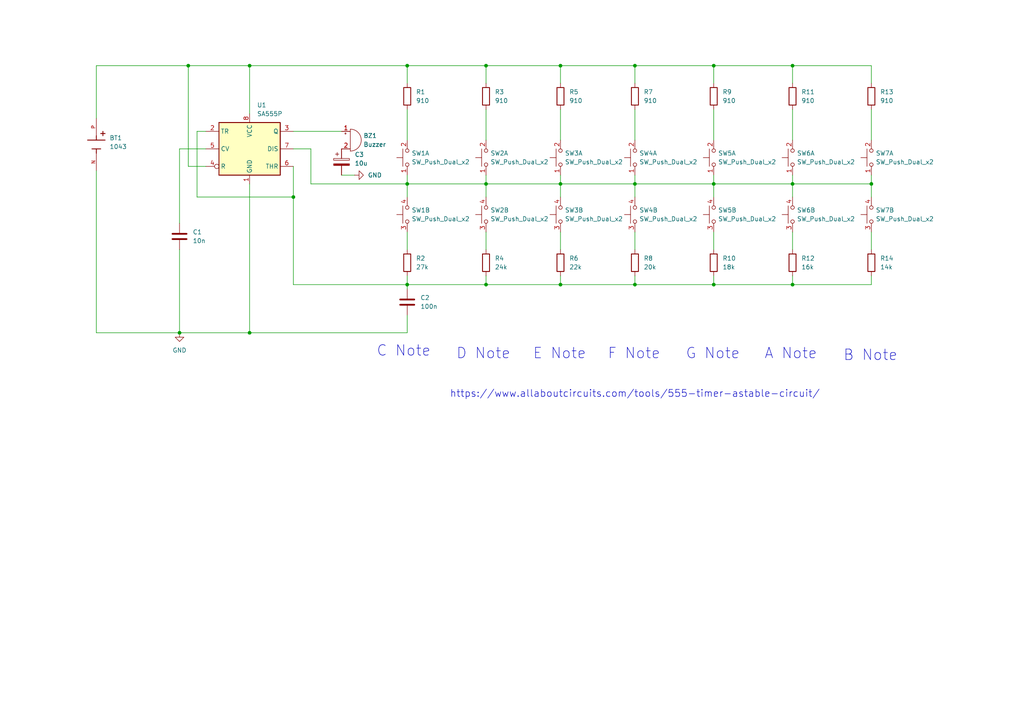
<source format=kicad_sch>
(kicad_sch (version 20250114) (generator "eeschema") (generator_version "9.0")
  (paper "A4")
  (lib_symbols
    (symbol "1043:1043" (pin_names (offset 1.016))
      (property "Reference" "BT" (at -3.81 3.81 0))
      (property "Value" "1043" (at -3.81 -5.08 0))
      (symbol "1043_0_0"
        (polyline (pts (xy -3.81 1.905) (xy -2.54 1.905)) (stroke (width 0.254)))
        (polyline (pts (xy -3.175 2.54) (xy -3.175 1.27)) (stroke (width 0.254)))
        (polyline (pts (xy -1.27 2.54) (xy -1.27 -2.54)) (stroke (width 0.254)))
        (polyline (pts (xy -1.27 0) (xy -2.54 0)) (stroke (width 0.254)))
        (polyline (pts (xy 1.27 1.27) (xy 1.27 -1.27)) (stroke (width 0.254)))
        (polyline (pts (xy 1.27 0) (xy 2.54 0)) (stroke (width 0.254)))
        (pin passive line (at -7.62 0 0) (length 5.08) (name "~") (number "P"))
        (pin passive line (at 7.62 0 180) (length 5.08) (name "~") (number "N"))
      )
    )
    (symbol "Device:C" (pin_numbers (hide yes)) (pin_names (offset 0.254))
      (property "Reference" "C" (at 0.635 2.54 0))
      (property "Value" "C" (at 0.635 -2.54 0))
      (symbol "C_0_1"
        (polyline (pts (xy -2.032 0.762) (xy 2.032 0.762)) (stroke (width 0.508)))
        (polyline (pts (xy -2.032 -0.762) (xy 2.032 -0.762)) (stroke (width 0.508)))
      )
      (symbol "C_1_1"
        (pin passive line (at 0 3.81 270) (length 2.794) (name "~") (number "1"))
        (pin passive line (at 0 -3.81 90) (length 2.794) (name "~") (number "2"))
      )
    )
    (symbol "Device:C_Polarized" (pin_numbers (hide yes)) (pin_names (offset 0.254))
      (property "Reference" "C" (at 0.635 2.54 0))
      (property "Value" "C_Polarized" (at 0.635 -2.54 0))
      (symbol "C_Polarized_0_1"
        (rectangle (start -2.286 0.508) (end 2.286 1.016))
        (polyline (pts (xy -1.778 2.286) (xy -0.762 2.286)))
        (polyline (pts (xy -1.27 2.794) (xy -1.27 1.778)))
        (rectangle (start 2.286 -0.508) (end -2.286 -1.016) (fill (type outline)))
      )
      (symbol "C_Polarized_1_1"
        (pin passive line (at 0 3.81 270) (length 2.794) (name "~") (number "1"))
        (pin passive line (at 0 -3.81 90) (length 2.794) (name "~") (number "2"))
      )
    )
    (symbol "Device:R" (pin_numbers (hide yes)) (pin_names (offset 0))
      (property "Reference" "R" (at 2.032 0 90))
      (property "Value" "R" (at 0 0 90))
      (symbol "R_0_1"
        (rectangle (start -1.016 -2.54) (end 1.016 2.54) (stroke (width 0.254)))
      )
      (symbol "R_1_1"
        (pin passive line (at 0 3.81 270) (length 1.27) (name "~") (number "1"))
        (pin passive line (at 0 -3.81 90) (length 1.27) (name "~") (number "2"))
      )
    )
    (symbol "Swadge_Parts:Buzzer" (pin_names (offset 0.0254) (hide yes))
      (property "Reference" "BZ" (at 3.81 1.27 0))
      (property "Value" "Buzzer" (at 3.81 -1.27 0))
      (symbol "Buzzer_0_1"
        (polyline (pts (xy -1.651 1.905) (xy -1.143 1.905)))
        (polyline (pts (xy -1.397 2.159) (xy -1.397 1.651)))
        (arc (start 0 3.175) (mid 3.1612 0) (end 0 -3.175))
        (polyline (pts (xy 0 3.175) (xy 0 -3.175)))
      )
      (symbol "Buzzer_1_1"
        (pin passive line (at -2.54 2.54 0) (length 2.54) (name "-") (number "1"))
        (pin passive line (at -2.54 -2.54 0) (length 2.54) (name "+") (number "2"))
      )
    )
    (symbol "Switch:SW_Push_Dual_x2" (pin_names (offset 1.016) (hide yes))
      (property "Reference" "SW" (at 1.27 2.54 0))
      (property "Value" "SW_Push_Dual_x2" (at 0 -1.524 0))
      (symbol "SW_Push_Dual_x2_0_1"
        (circle (center -2.032 0) (radius 0.508))
        (polyline (pts (xy 0 1.27) (xy 0 3.048)))
        (circle (center 2.032 0) (radius 0.508))
        (polyline (pts (xy 2.54 1.27) (xy -2.54 1.27)))
      )
      (symbol "SW_Push_Dual_x2_1_1"
        (pin passive line (at -5.08 0 0) (length 2.54) (name "C") (number "1"))
        (pin passive line (at 5.08 0 180) (length 2.54) (name "D") (number "2"))
      )
      (symbol "SW_Push_Dual_x2_2_1"
        (pin passive line (at -5.08 0 0) (length 2.54) (name "C") (number "3"))
        (pin passive line (at 5.08 0 180) (length 2.54) (name "D") (number "4"))
      )
    )
    (symbol "Timer:SA555P"
      (property "Reference" "U" (at -10.16 8.89 0))
      (property "Value" "SA555P" (at 2.54 8.89 0))
      (symbol "SA555P_0_0"
        (pin power_in line (at 0 10.16 270) (length 2.54) (name "VCC") (number "8"))
        (pin power_in line (at 0 -10.16 90) (length 2.54) (name "GND") (number "1"))
      )
      (symbol "SA555P_0_1"
        (rectangle (start -8.89 -7.62) (end 8.89 7.62) (stroke (width 0.254)) (fill (type background)))
        (rectangle (start -8.89 -7.62) (end 8.89 7.62) (stroke (width 0.254)) (fill (type background)))
      )
      (symbol "SA555P_1_1"
        (pin input line (at -12.7 5.08 0) (length 3.81) (name "TR") (number "2"))
        (pin input line (at -12.7 0 0) (length 3.81) (name "CV") (number "5"))
        (pin input inverted (at -12.7 -5.08 0) (length 3.81) (name "R") (number "4"))
        (pin output line (at 12.7 5.08 180) (length 3.81) (name "Q") (number "3"))
        (pin input line (at 12.7 0 180) (length 3.81) (name "DIS") (number "7"))
        (pin input line (at 12.7 -5.08 180) (length 3.81) (name "THR") (number "6"))
      )
    )
    (symbol "power:GND" (power) (pin_numbers (hide yes)) (pin_names (offset 0) (hide yes))
      (property "Value" "GND" (at 0 -3.81 0))
      (symbol "GND_0_1"
        (polyline (pts (xy 0 0) (xy 0 -1.27) (xy 1.27 -1.27) (xy 0 -2.54) (xy -1.27 -1.27) (xy 0 -1.27)))
      )
      (symbol "GND_1_1"
        (pin power_in line (at 0 0 270) (length 0) (name "~") (number "1"))
      )
    )
  )
  (text "B Note" (at 252.476 103.124 0) (effects (font (size 3.048 3.048))))
  (text "https://www.allaboutcircuits.com/tools/555-timer-astable-circuit/" (at 184.15 114.3 0) (effects (font (size 2.032 2.032))))
  (text "C Note" (at 117.094 101.854 0) (effects (font (size 3.048 3.048))))
  (text "G Note" (at 206.756 102.616 0) (effects (font (size 3.048 3.048))))
  (text "A Note" (at 229.362 102.616 0) (effects (font (size 3.048 3.048))))
  (text "F Note" (at 183.896 102.616 0) (effects (font (size 3.048 3.048))))
  (text "D Note" (at 140.208 102.616 0) (effects (font (size 3.048 3.048))))
  (text "E Note" (at 162.306 102.616 0) (effects (font (size 3.048 3.048))))
  (junction (at 85.09 57.15))
  (junction (at 118.11 82.55))
  (junction (at 252.73 53.34))
  (junction (at 162.56 82.55))
  (junction (at 184.15 53.34))
  (junction (at 184.15 82.55))
  (junction (at 207.01 19.05))
  (junction (at 184.15 19.05))
  (junction (at 72.39 19.05))
  (junction (at 140.97 82.55))
  (junction (at 229.87 53.34))
  (junction (at 207.01 53.34))
  (junction (at 162.56 53.34))
  (junction (at 140.97 53.34))
  (junction (at 162.56 19.05))
  (junction (at 54.61 19.05))
  (junction (at 207.01 82.55))
  (junction (at 229.87 19.05))
  (junction (at 118.11 19.05))
  (junction (at 118.11 53.34))
  (junction (at 140.97 19.05))
  (junction (at 52.07 96.52))
  (junction (at 72.39 96.52))
  (junction (at 229.87 82.55))
  (wire (pts (xy 118.11 19.05) (xy 72.39 19.05)))
  (wire (pts (xy 85.09 43.18) (xy 90.17 43.18)))
  (wire (pts (xy 27.94 96.52) (xy 52.07 96.52)))
  (wire (pts (xy 140.97 67.31) (xy 140.97 72.39)))
  (wire (pts (xy 252.73 80.01) (xy 252.73 82.55)))
  (wire (pts (xy 207.01 50.8) (xy 207.01 53.34)))
  (wire (pts (xy 140.97 24.13) (xy 140.97 19.05)))
  (wire (pts (xy 252.73 82.55) (xy 229.87 82.55)))
  (wire (pts (xy 54.61 48.26) (xy 54.61 19.05)))
  (wire (pts (xy 85.09 57.15) (xy 85.09 82.55)))
  (wire (pts (xy 229.87 67.31) (xy 229.87 72.39)))
  (wire (pts (xy 229.87 53.34) (xy 252.73 53.34)))
  (wire (pts (xy 52.07 72.39) (xy 52.07 96.52)))
  (wire (pts (xy 184.15 50.8) (xy 184.15 53.34)))
  (wire (pts (xy 162.56 31.75) (xy 162.56 40.64)))
  (wire (pts (xy 207.01 80.01) (xy 207.01 82.55)))
  (wire (pts (xy 184.15 67.31) (xy 184.15 72.39)))
  (wire (pts (xy 252.73 24.13) (xy 252.73 19.05)))
  (wire (pts (xy 162.56 53.34) (xy 184.15 53.34)))
  (wire (pts (xy 118.11 96.52) (xy 72.39 96.52)))
  (wire (pts (xy 140.97 31.75) (xy 140.97 40.64)))
  (wire (pts (xy 207.01 53.34) (xy 229.87 53.34)))
  (wire (pts (xy 27.94 96.52) (xy 27.94 49.53)))
  (wire (pts (xy 140.97 53.34) (xy 140.97 57.15)))
  (wire (pts (xy 118.11 82.55) (xy 118.11 80.01)))
  (wire (pts (xy 118.11 67.31) (xy 118.11 72.39)))
  (wire (pts (xy 54.61 19.05) (xy 72.39 19.05)))
  (wire (pts (xy 229.87 53.34) (xy 229.87 57.15)))
  (wire (pts (xy 252.73 31.75) (xy 252.73 40.64)))
  (wire (pts (xy 99.06 50.8) (xy 102.87 50.8)))
  (wire (pts (xy 207.01 19.05) (xy 229.87 19.05)))
  (wire (pts (xy 207.01 24.13) (xy 207.01 19.05)))
  (wire (pts (xy 184.15 53.34) (xy 207.01 53.34)))
  (wire (pts (xy 184.15 53.34) (xy 184.15 57.15)))
  (wire (pts (xy 140.97 53.34) (xy 162.56 53.34)))
  (wire (pts (xy 118.11 19.05) (xy 140.97 19.05)))
  (wire (pts (xy 140.97 19.05) (xy 162.56 19.05)))
  (wire (pts (xy 140.97 50.8) (xy 140.97 53.34)))
  (wire (pts (xy 85.09 82.55) (xy 118.11 82.55)))
  (wire (pts (xy 118.11 82.55) (xy 140.97 82.55)))
  (wire (pts (xy 207.01 31.75) (xy 207.01 40.64)))
  (wire (pts (xy 118.11 31.75) (xy 118.11 40.64)))
  (wire (pts (xy 184.15 82.55) (xy 162.56 82.55)))
  (wire (pts (xy 162.56 53.34) (xy 162.56 57.15)))
  (wire (pts (xy 90.17 43.18) (xy 90.17 53.34)))
  (wire (pts (xy 252.73 50.8) (xy 252.73 53.34)))
  (wire (pts (xy 118.11 82.55) (xy 118.11 83.82)))
  (wire (pts (xy 140.97 82.55) (xy 162.56 82.55)))
  (wire (pts (xy 59.69 43.18) (xy 52.07 43.18)))
  (wire (pts (xy 162.56 24.13) (xy 162.56 19.05)))
  (wire (pts (xy 54.61 19.05) (xy 27.94 19.05)))
  (wire (pts (xy 90.17 53.34) (xy 118.11 53.34)))
  (wire (pts (xy 162.56 50.8) (xy 162.56 53.34)))
  (wire (pts (xy 207.01 67.31) (xy 207.01 72.39)))
  (wire (pts (xy 252.73 67.31) (xy 252.73 72.39)))
  (wire (pts (xy 59.69 38.1) (xy 57.15 38.1)))
  (wire (pts (xy 207.01 82.55) (xy 184.15 82.55)))
  (wire (pts (xy 184.15 24.13) (xy 184.15 19.05)))
  (wire (pts (xy 118.11 24.13) (xy 118.11 19.05)))
  (wire (pts (xy 118.11 50.8) (xy 118.11 53.34)))
  (wire (pts (xy 229.87 80.01) (xy 229.87 82.55)))
  (wire (pts (xy 229.87 31.75) (xy 229.87 40.64)))
  (wire (pts (xy 59.69 48.26) (xy 54.61 48.26)))
  (wire (pts (xy 184.15 31.75) (xy 184.15 40.64)))
  (wire (pts (xy 229.87 82.55) (xy 207.01 82.55)))
  (wire (pts (xy 85.09 48.26) (xy 85.09 57.15)))
  (wire (pts (xy 184.15 19.05) (xy 207.01 19.05)))
  (wire (pts (xy 229.87 24.13) (xy 229.87 19.05)))
  (wire (pts (xy 140.97 82.55) (xy 140.97 80.01)))
  (wire (pts (xy 162.56 80.01) (xy 162.56 82.55)))
  (wire (pts (xy 52.07 96.52) (xy 72.39 96.52)))
  (wire (pts (xy 184.15 80.01) (xy 184.15 82.55)))
  (wire (pts (xy 207.01 53.34) (xy 207.01 57.15)))
  (wire (pts (xy 118.11 53.34) (xy 140.97 53.34)))
  (wire (pts (xy 229.87 50.8) (xy 229.87 53.34)))
  (wire (pts (xy 162.56 19.05) (xy 184.15 19.05)))
  (wire (pts (xy 27.94 19.05) (xy 27.94 34.29)))
  (wire (pts (xy 72.39 33.02) (xy 72.39 19.05)))
  (wire (pts (xy 85.09 38.1) (xy 99.06 38.1)))
  (wire (pts (xy 52.07 43.18) (xy 52.07 64.77)))
  (wire (pts (xy 118.11 91.44) (xy 118.11 96.52)))
  (wire (pts (xy 229.87 19.05) (xy 252.73 19.05)))
  (wire (pts (xy 72.39 53.34) (xy 72.39 96.52)))
  (wire (pts (xy 252.73 53.34) (xy 252.73 57.15)))
  (wire (pts (xy 118.11 53.34) (xy 118.11 57.15)))
  (wire (pts (xy 57.15 38.1) (xy 57.15 57.15)))
  (wire (pts (xy 57.15 57.15) (xy 85.09 57.15)))
  (wire (pts (xy 162.56 67.31) (xy 162.56 72.39)))
  (symbol (lib_id "Timer:SA555P") (at 72.39 43.18 0) (unit 1)
    (property "Reference" "U1" (at 74.5333 30.48 0) (effects (justify left)))
    (property "Value" "SA555P" (at 74.5333 33.02 0) (effects (justify left)))
    (property "Footprint" "Package_DIP:DIP-8_W7.62mm_LongPads" (effects (hide yes)))
    (property "Datasheet" "http://www.ti.com/lit/ds/symlink/ne555.pdf" (effects (hide yes)))
    (property "Description" "Precision Timers, 555 compatible, PDIP-8" (effects (hide yes)))
  )
  (symbol (lib_id "Switch:SW_Push_Dual_x2") (at 229.87 62.23 90) (unit 2)
    (property "Reference" "SW6" (at 231.14 60.9599 90) (effects (justify right)))
    (property "Value" "SW_Push_Dual_x2" (at 231.14 63.4999 90) (effects (justify right)))
    (property "Description" "Push button switch, generic, separate symbols, four pins" (effects (hide yes)))
  )
  (symbol (lib_id "power:GND") (at 52.07 96.52 0) (unit 1)
    (property "Reference" "#PWR01" (effects (hide yes)))
    (property "Value" "GND" (at 52.07 101.6 0))
    (property "Description" "Power symbol creates a global label with name \"GND\" , ground" (effects (hide yes)))
  )
  (symbol (lib_id "Switch:SW_Push_Dual_x2") (at 184.15 62.23 90) (unit 2)
    (property "Reference" "SW4" (at 185.42 60.9599 90) (effects (justify right)))
    (property "Value" "SW_Push_Dual_x2" (at 185.42 63.4999 90) (effects (justify right)))
    (property "Description" "Push button switch, generic, separate symbols, four pins" (effects (hide yes)))
  )
  (symbol (lib_id "Switch:SW_Push_Dual_x2") (at 184.15 45.72 90) (unit 1)
    (property "Reference" "SW4" (at 185.42 44.4499 90) (effects (justify right)))
    (property "Value" "SW_Push_Dual_x2" (at 185.42 46.9899 90) (effects (justify right)))
    (property "Description" "Push button switch, generic, separate symbols, four pins" (effects (hide yes)))
  )
  (symbol (lib_id "Device:R") (at 140.97 76.2 0) (unit 1)
    (property "Reference" "R4" (at 143.51 74.9299 0) (effects (justify left)))
    (property "Value" "24k" (at 143.51 77.4699 0) (effects (justify left)))
    (property "Footprint" "Resistor_THT:R_Axial_DIN0411_L9.9mm_D3.6mm_P15.24mm_Horizontal" (effects (hide yes)))
    (property "Description" "Resistor" (effects (hide yes)))
  )
  (symbol (lib_id "Switch:SW_Push_Dual_x2") (at 252.73 62.23 90) (unit 2)
    (property "Reference" "SW7" (at 254 60.9599 90) (effects (justify right)))
    (property "Value" "SW_Push_Dual_x2" (at 254 63.4999 90) (effects (justify right)))
    (property "Description" "Push button switch, generic, separate symbols, four pins" (effects (hide yes)))
  )
  (symbol (lib_id "Switch:SW_Push_Dual_x2") (at 162.56 45.72 90) (unit 1)
    (property "Reference" "SW3" (at 163.83 44.4499 90) (effects (justify right)))
    (property "Value" "SW_Push_Dual_x2" (at 163.83 46.9899 90) (effects (justify right)))
    (property "Description" "Push button switch, generic, separate symbols, four pins" (effects (hide yes)))
  )
  (symbol (lib_id "Switch:SW_Push_Dual_x2") (at 140.97 62.23 90) (unit 2)
    (property "Reference" "SW2" (at 142.24 60.9599 90) (effects (justify right)))
    (property "Value" "SW_Push_Dual_x2" (at 142.24 63.4999 90) (effects (justify right)))
    (property "Description" "Push button switch, generic, separate symbols, four pins" (effects (hide yes)))
  )
  (symbol (lib_id "Switch:SW_Push_Dual_x2") (at 118.11 62.23 90) (unit 2)
    (property "Reference" "SW1" (at 119.38 60.9599 90) (effects (justify right)))
    (property "Value" "SW_Push_Dual_x2" (at 119.38 63.4999 90) (effects (justify right)))
    (property "Description" "Push button switch, generic, separate symbols, four pins" (effects (hide yes)))
  )
  (symbol (lib_id "Device:R") (at 252.73 27.94 0) (unit 1)
    (property "Reference" "R13" (at 255.27 26.6699 0) (effects (justify left)))
    (property "Value" "910" (at 255.27 29.2099 0) (effects (justify left)))
    (property "Footprint" "Resistor_THT:R_Axial_DIN0411_L9.9mm_D3.6mm_P15.24mm_Horizontal" (effects (hide yes)))
    (property "Description" "Resistor" (effects (hide yes)))
  )
  (symbol (lib_id "Device:R") (at 162.56 27.94 0) (unit 1)
    (property "Reference" "R5" (at 165.1 26.6699 0) (effects (justify left)))
    (property "Value" "910" (at 165.1 29.2099 0) (effects (justify left)))
    (property "Footprint" "Resistor_THT:R_Axial_DIN0411_L9.9mm_D3.6mm_P15.24mm_Horizontal" (effects (hide yes)))
    (property "Description" "Resistor" (effects (hide yes)))
  )
  (symbol (lib_id "Device:R") (at 229.87 27.94 0) (unit 1)
    (property "Reference" "R11" (at 232.41 26.6699 0) (effects (justify left)))
    (property "Value" "910" (at 232.41 29.2099 0) (effects (justify left)))
    (property "Footprint" "Resistor_THT:R_Axial_DIN0411_L9.9mm_D3.6mm_P15.24mm_Horizontal" (effects (hide yes)))
    (property "Description" "Resistor" (effects (hide yes)))
  )
  (symbol (lib_id "Device:R") (at 140.97 27.94 0) (unit 1)
    (property "Reference" "R3" (at 143.51 26.6699 0) (effects (justify left)))
    (property "Value" "910" (at 143.51 29.2099 0) (effects (justify left)))
    (property "Footprint" "Resistor_THT:R_Axial_DIN0411_L9.9mm_D3.6mm_P15.24mm_Horizontal" (effects (hide yes)))
    (property "Description" "Resistor" (effects (hide yes)))
  )
  (symbol (lib_id "Device:C") (at 52.07 68.58 0) (unit 1)
    (property "Reference" "C1" (at 55.88 67.3099 0) (effects (justify left)))
    (property "Value" "10n" (at 55.88 69.8499 0) (effects (justify left)))
    (property "Footprint" "Capacitor_THT:C_Disc_D7.5mm_W2.5mm_P5.00mm" (effects (hide yes)))
    (property "Description" "Unpolarized capacitor" (effects (hide yes)))
  )
  (symbol (lib_id "Device:R") (at 184.15 76.2 0) (unit 1)
    (property "Reference" "R8" (at 186.69 74.9299 0) (effects (justify left)))
    (property "Value" "20k" (at 186.69 77.4699 0) (effects (justify left)))
    (property "Footprint" "Resistor_THT:R_Axial_DIN0411_L9.9mm_D3.6mm_P15.24mm_Horizontal" (effects (hide yes)))
    (property "Description" "Resistor" (effects (hide yes)))
  )
  (symbol (lib_id "Device:R") (at 207.01 27.94 0) (unit 1)
    (property "Reference" "R9" (at 209.55 26.6699 0) (effects (justify left)))
    (property "Value" "910" (at 209.55 29.2099 0) (effects (justify left)))
    (property "Footprint" "Resistor_THT:R_Axial_DIN0411_L9.9mm_D3.6mm_P15.24mm_Horizontal" (effects (hide yes)))
    (property "Description" "Resistor" (effects (hide yes)))
  )
  (symbol (lib_id "Switch:SW_Push_Dual_x2") (at 118.11 45.72 90) (unit 1)
    (property "Reference" "SW1" (at 119.38 44.4499 90) (effects (justify right)))
    (property "Value" "SW_Push_Dual_x2" (at 119.38 46.9899 90) (effects (justify right)))
    (property "Description" "Push button switch, generic, separate symbols, four pins" (effects (hide yes)))
  )
  (symbol (lib_id "Device:R") (at 118.11 27.94 0) (unit 1)
    (property "Reference" "R1" (at 120.65 26.6699 0) (effects (justify left)))
    (property "Value" "910" (at 120.65 29.2099 0) (effects (justify left)))
    (property "Footprint" "Resistor_THT:R_Axial_DIN0411_L9.9mm_D3.6mm_P15.24mm_Horizontal" (effects (hide yes)))
    (property "Description" "Resistor" (effects (hide yes)))
  )
  (symbol (lib_id "Switch:SW_Push_Dual_x2") (at 162.56 62.23 90) (unit 2)
    (property "Reference" "SW3" (at 163.83 60.9599 90) (effects (justify right)))
    (property "Value" "SW_Push_Dual_x2" (at 163.83 63.4999 90) (effects (justify right)))
    (property "Description" "Push button switch, generic, separate symbols, four pins" (effects (hide yes)))
  )
  (symbol (lib_id "Switch:SW_Push_Dual_x2") (at 207.01 45.72 90) (unit 1)
    (property "Reference" "SW5" (at 208.28 44.4499 90) (effects (justify right)))
    (property "Value" "SW_Push_Dual_x2" (at 208.28 46.9899 90) (effects (justify right)))
    (property "Description" "Push button switch, generic, separate symbols, four pins" (effects (hide yes)))
  )
  (symbol (lib_id "Switch:SW_Push_Dual_x2") (at 252.73 45.72 90) (unit 1)
    (property "Reference" "SW7" (at 254 44.4499 90) (effects (justify right)))
    (property "Value" "SW_Push_Dual_x2" (at 254 46.9899 90) (effects (justify right)))
    (property "Description" "Push button switch, generic, separate symbols, four pins" (effects (hide yes)))
  )
  (symbol (lib_id "1043:1043") (at 27.94 41.91 270) (unit 1)
    (property "Reference" "BT1" (at 31.75 40.0049 90) (effects (justify left)))
    (property "Value" "1043" (at 31.75 42.5449 90) (effects (justify left)))
    (property "Footprint" "1043:BAT_1043" (effects (hide yes)))
    (property "MF" "Keystone Electronics" (effects (hide yes)))
    (property "MAXIMUM_PACKAGE_HEIGHT" "14.86mm" (effects (hide yes)))
    (property "Package" "NON STANDARD-5 Keystone" (effects (hide yes)))
    (property "Price" "None" (effects (hide yes)))
    (property "Check_prices" "https://www.snapeda.com/parts/1043/Keystone/view-part/?ref=eda" (effects (hide yes)))
    (property "STANDARD" "Manufacturer Recommendations" (effects (hide yes)))
    (property "PARTREV" "J" (effects (hide yes)))
    (property "SnapEDA_Link" "https://www.snapeda.com/parts/1043/Keystone/view-part/?ref=snap" (effects (hide yes)))
    (property "MP" "1043" (effects (hide yes)))
    (property "Description_1" "THM Holder for 18650 Battery" (effects (hide yes)))
    (property "MANUFACTURER" "Keystone" (effects (hide yes)))
    (property "Availability" "In Stock" (effects (hide yes)))
    (property "SNAPEDA_PN" "1043" (effects (hide yes)))
  )
  (symbol (lib_id "Switch:SW_Push_Dual_x2") (at 229.87 45.72 90) (unit 1)
    (property "Reference" "SW6" (at 231.14 44.4499 90) (effects (justify right)))
    (property "Value" "SW_Push_Dual_x2" (at 231.14 46.9899 90) (effects (justify right)))
    (property "Description" "Push button switch, generic, separate symbols, four pins" (effects (hide yes)))
  )
  (symbol (lib_id "Device:R") (at 118.11 76.2 0) (unit 1)
    (property "Reference" "R2" (at 120.65 74.9299 0) (effects (justify left)))
    (property "Value" "27k" (at 120.65 77.4699 0) (effects (justify left)))
    (property "Footprint" "Resistor_THT:R_Axial_DIN0411_L9.9mm_D3.6mm_P15.24mm_Horizontal" (effects (hide yes)))
    (property "Description" "Resistor" (effects (hide yes)))
  )
  (symbol (lib_id "Device:R") (at 229.87 76.2 0) (unit 1)
    (property "Reference" "R12" (at 232.41 74.9299 0) (effects (justify left)))
    (property "Value" "16k" (at 232.41 77.4699 0) (effects (justify left)))
    (property "Footprint" "Resistor_THT:R_Axial_DIN0411_L9.9mm_D3.6mm_P15.24mm_Horizontal" (effects (hide yes)))
    (property "Description" "Resistor" (effects (hide yes)))
  )
  (symbol (lib_id "Device:R") (at 162.56 76.2 0) (unit 1)
    (property "Reference" "R6" (at 165.1 74.9299 0) (effects (justify left)))
    (property "Value" "22k" (at 165.1 77.4699 0) (effects (justify left)))
    (property "Footprint" "Resistor_THT:R_Axial_DIN0411_L9.9mm_D3.6mm_P15.24mm_Horizontal" (effects (hide yes)))
    (property "Description" "Resistor" (effects (hide yes)))
  )
  (symbol (lib_id "Device:C_Polarized") (at 99.06 46.99 0) (unit 1)
    (property "Reference" "C3" (at 102.87 44.8309 0) (effects (justify left)))
    (property "Value" "10u" (at 102.87 47.3709 0) (effects (justify left)))
    (property "Footprint" "Capacitor_THT:C_Radial_D5.0mm_H7.0mm_P2.00mm" (effects (hide yes)))
    (property "Description" "Polarized capacitor" (effects (hide yes)))
  )
  (symbol (lib_id "Switch:SW_Push_Dual_x2") (at 140.97 45.72 90) (unit 1)
    (property "Reference" "SW2" (at 142.24 44.4499 90) (effects (justify right)))
    (property "Value" "SW_Push_Dual_x2" (at 142.24 46.9899 90) (effects (justify right)))
    (property "Description" "Push button switch, generic, separate symbols, four pins" (effects (hide yes)))
  )
  (symbol (lib_id "Device:R") (at 207.01 76.2 0) (unit 1)
    (property "Reference" "R10" (at 209.55 74.9299 0) (effects (justify left)))
    (property "Value" "18k" (at 209.55 77.4699 0) (effects (justify left)))
    (property "Footprint" "Resistor_THT:R_Axial_DIN0411_L9.9mm_D3.6mm_P15.24mm_Horizontal" (effects (hide yes)))
    (property "Description" "Resistor" (effects (hide yes)))
  )
  (symbol (lib_id "Swadge_Parts:Buzzer") (at 101.6 40.64 0) (unit 1)
    (property "Reference" "BZ1" (at 105.41 39.3699 0) (effects (justify left)))
    (property "Value" "Buzzer" (at 105.41 41.9099 0) (effects (justify left)))
    (property "Footprint" "Swadge-Parts:Buzzer_12.5x7.5" (effects (hide yes)))
    (property "Datasheet" "https://www.aliexpress.com/item/33004601553.html?spm=a2g0s.9042311.0.0.56834c4diZwZhE" (effects (hide yes)))
    (property "Description" "Buzzer, polarized" (effects (hide yes)))
    (property "Digikey" "433-1285-ND" (effects (hide yes)))
    (property "Cost100" "49" (effects (hide yes)))
    (property "Substitutable" "Y" (effects (hide yes)))
  )
  (symbol (lib_id "Switch:SW_Push_Dual_x2") (at 207.01 62.23 90) (unit 2)
    (property "Reference" "SW5" (at 208.28 60.9599 90) (effects (justify right)))
    (property "Value" "SW_Push_Dual_x2" (at 208.28 63.4999 90) (effects (justify right)))
    (property "Description" "Push button switch, generic, separate symbols, four pins" (effects (hide yes)))
  )
  (symbol (lib_id "Device:R") (at 252.73 76.2 0) (unit 1)
    (property "Reference" "R14" (at 255.27 74.9299 0) (effects (justify left)))
    (property "Value" "14k" (at 255.27 77.4699 0) (effects (justify left)))
    (property "Footprint" "Resistor_THT:R_Axial_DIN0411_L9.9mm_D3.6mm_P15.24mm_Horizontal" (effects (hide yes)))
    (property "Description" "Resistor" (effects (hide yes)))
  )
  (symbol (lib_id "power:GND") (at 102.87 50.8 90) (unit 1)
    (property "Reference" "#PWR02" (effects (hide yes)))
    (property "Value" "GND" (at 106.68 50.7999 90) (effects (justify right)))
    (property "Description" "Power symbol creates a global label with name \"GND\" , ground" (effects (hide yes)))
  )
  (symbol (lib_id "Device:R") (at 184.15 27.94 0) (unit 1)
    (property "Reference" "R7" (at 186.69 26.6699 0) (effects (justify left)))
    (property "Value" "910" (at 186.69 29.2099 0) (effects (justify left)))
    (property "Footprint" "Resistor_THT:R_Axial_DIN0411_L9.9mm_D3.6mm_P15.24mm_Horizontal" (effects (hide yes)))
    (property "Description" "Resistor" (effects (hide yes)))
  )
  (symbol (lib_id "Device:C") (at 118.11 87.63 0) (unit 1)
    (property "Reference" "C2" (at 121.92 86.3599 0) (effects (justify left)))
    (property "Value" "100n" (at 121.92 88.8999 0) (effects (justify left)))
    (property "Footprint" "Capacitor_THT:C_Disc_D7.5mm_W2.5mm_P5.00mm" (effects (hide yes)))
    (property "Description" "Unpolarized capacitor" (effects (hide yes)))
  )
)
</source>
